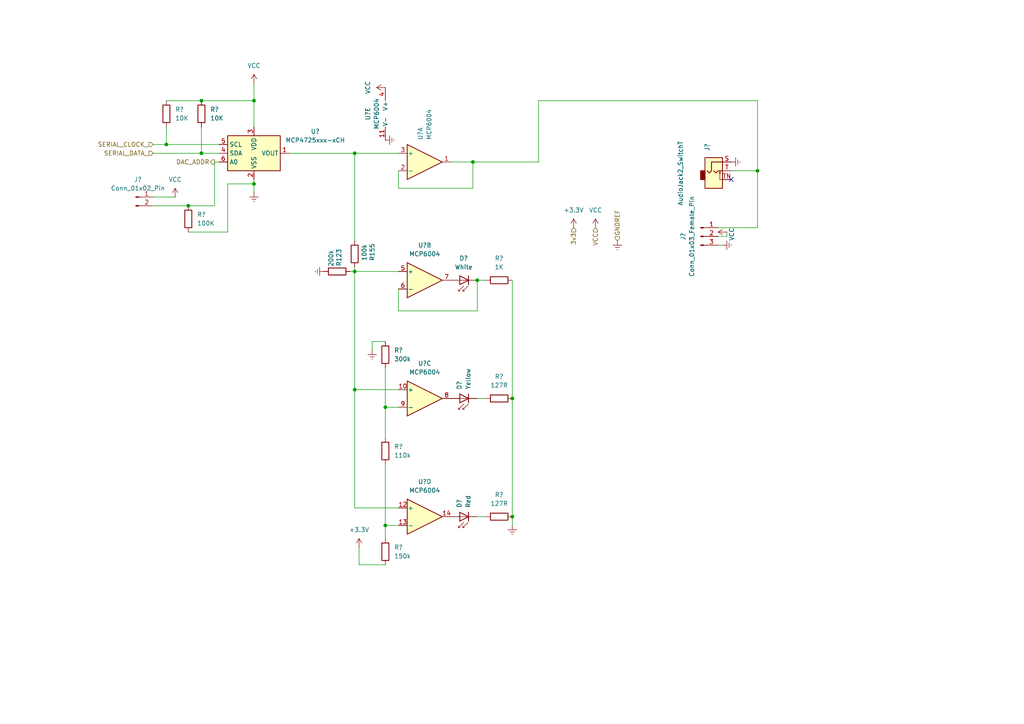
<source format=kicad_sch>
(kicad_sch (version 20250114) (generator "eeschema") (generator_version "9.0")
  (paper "A4")
  (lib_symbols
    (symbol "Amplifier_Operational:MCP6004" (pin_names (offset 0.127))
      (property "Reference" "U" (at 0 5.08 0))
      (property "Value" "MCP6004" (at 0 -5.08 0))
      (symbol "MCP6004_1_1"
        (polyline (pts (xy -5.08 5.08) (xy 5.08 0) (xy -5.08 -5.08) (xy -5.08 5.08)) (stroke (width 0.254)) (fill (type background)))
        (pin input line (at -7.62 2.54 0) (length 2.54) (name "+") (number "3"))
        (pin input line (at -7.62 -2.54 0) (length 2.54) (name "-") (number "2"))
        (pin output line (at 7.62 0 180) (length 2.54) (name "~") (number "1"))
      )
      (symbol "MCP6004_2_1"
        (polyline (pts (xy -5.08 5.08) (xy 5.08 0) (xy -5.08 -5.08) (xy -5.08 5.08)) (stroke (width 0.254)) (fill (type background)))
        (pin input line (at -7.62 2.54 0) (length 2.54) (name "+") (number "5"))
        (pin input line (at -7.62 -2.54 0) (length 2.54) (name "-") (number "6"))
        (pin output line (at 7.62 0 180) (length 2.54) (name "~") (number "7"))
      )
      (symbol "MCP6004_3_1"
        (polyline (pts (xy -5.08 5.08) (xy 5.08 0) (xy -5.08 -5.08) (xy -5.08 5.08)) (stroke (width 0.254)) (fill (type background)))
        (pin input line (at -7.62 2.54 0) (length 2.54) (name "+") (number "10"))
        (pin input line (at -7.62 -2.54 0) (length 2.54) (name "-") (number "9"))
        (pin output line (at 7.62 0 180) (length 2.54) (name "~") (number "8"))
      )
      (symbol "MCP6004_4_1"
        (polyline (pts (xy -5.08 5.08) (xy 5.08 0) (xy -5.08 -5.08) (xy -5.08 5.08)) (stroke (width 0.254)) (fill (type background)))
        (pin input line (at -7.62 2.54 0) (length 2.54) (name "+") (number "12"))
        (pin input line (at -7.62 -2.54 0) (length 2.54) (name "-") (number "13"))
        (pin output line (at 7.62 0 180) (length 2.54) (name "~") (number "14"))
      )
      (symbol "MCP6004_5_1"
        (pin power_in line (at -2.54 7.62 270) (length 3.81) (name "V+") (number "4"))
        (pin power_in line (at -2.54 -7.62 90) (length 3.81) (name "V-") (number "11"))
      )
    )
    (symbol "Analog_DAC:MCP4725xxx-xCH"
      (property "Reference" "U" (at -6.35 6.35 0))
      (property "Value" "MCP4725xxx-xCH" (at 8.89 6.35 0))
      (symbol "MCP4725xxx-xCH_0_1"
        (rectangle (start -7.62 5.08) (end 7.62 -5.08) (stroke (width 0.254)) (fill (type background)))
      )
      (symbol "MCP4725xxx-xCH_1_1"
        (pin input line (at -10.16 2.54 0) (length 2.54) (name "SCL") (number "5"))
        (pin bidirectional line (at -10.16 0 0) (length 2.54) (name "SDA") (number "4"))
        (pin input line (at -10.16 -2.54 0) (length 2.54) (name "A0") (number "6"))
        (pin power_in line (at 0 7.62 270) (length 2.54) (name "VDD") (number "3"))
        (pin power_in line (at 0 -7.62 90) (length 2.54) (name "VSS") (number "2"))
        (pin output line (at 10.16 0 180) (length 2.54) (name "VOUT") (number "1"))
      )
    )
    (symbol "Connector:Conn_01x02_Pin" (pin_names (offset 1.016) (hide yes))
      (property "Reference" "J" (at 0 2.54 0))
      (property "Value" "Conn_01x02_Pin" (at 0 -5.08 0))
      (symbol "Conn_01x02_Pin_1_1"
        (rectangle (start 0.8636 0.127) (end 0 -0.127) (stroke (width 0.1524)) (fill (type outline)))
        (rectangle (start 0.8636 -2.413) (end 0 -2.667) (stroke (width 0.1524)) (fill (type outline)))
        (polyline (pts (xy 1.27 0) (xy 0.8636 0)) (stroke (width 0.1524)))
        (polyline (pts (xy 1.27 -2.54) (xy 0.8636 -2.54)) (stroke (width 0.1524)))
        (pin passive line (at 5.08 0 180) (length 3.81) (name "Pin_1") (number "1"))
        (pin passive line (at 5.08 -2.54 180) (length 3.81) (name "Pin_2") (number "2"))
      )
    )
    (symbol "Connector:Conn_01x03_Pin" (pin_names (offset 1.016) (hide yes))
      (property "Reference" "J" (at 0 5.08 0))
      (property "Value" "Conn_01x03_Pin" (at 0 -5.08 0))
      (symbol "Conn_01x03_Pin_1_1"
        (rectangle (start 0.8636 2.667) (end 0 2.413) (stroke (width 0.1524)) (fill (type outline)))
        (rectangle (start 0.8636 0.127) (end 0 -0.127) (stroke (width 0.1524)) (fill (type outline)))
        (rectangle (start 0.8636 -2.413) (end 0 -2.667) (stroke (width 0.1524)) (fill (type outline)))
        (polyline (pts (xy 1.27 2.54) (xy 0.8636 2.54)) (stroke (width 0.1524)))
        (polyline (pts (xy 1.27 0) (xy 0.8636 0)) (stroke (width 0.1524)))
        (polyline (pts (xy 1.27 -2.54) (xy 0.8636 -2.54)) (stroke (width 0.1524)))
        (pin passive line (at 5.08 2.54 180) (length 3.81) (name "Pin_1") (number "1"))
        (pin passive line (at 5.08 0 180) (length 3.81) (name "Pin_2") (number "2"))
        (pin passive line (at 5.08 -2.54 180) (length 3.81) (name "Pin_3") (number "3"))
      )
    )
    (symbol "Connector_Audio:AudioJack2_SwitchT"
      (property "Reference" "J" (at 0 8.89 0))
      (property "Value" "AudioJack2_SwitchT" (at 0 6.35 0))
      (symbol "AudioJack2_SwitchT_0_1"
        (rectangle (start -2.54 0) (end -3.81 -2.54) (stroke (width 0.254)) (fill (type outline)))
        (polyline (pts (xy 0 0) (xy 0.635 -0.635) (xy 1.27 0) (xy 2.54 0)) (stroke (width 0.254)))
        (polyline (pts (xy 1.778 -0.254) (xy 2.032 -0.762)))
        (rectangle (start 2.54 3.81) (end -2.54 -5.08) (stroke (width 0.254)) (fill (type background)))
        (polyline (pts (xy 2.54 2.54) (xy -0.635 2.54) (xy -0.635 0) (xy -1.27 -0.635) (xy -1.905 0)) (stroke (width 0.254)))
        (polyline (pts (xy 2.54 -2.54) (xy 1.778 -2.54) (xy 1.778 -0.254) (xy 1.524 -0.762)))
      )
      (symbol "AudioJack2_SwitchT_1_1"
        (pin passive line (at 5.08 2.54 180) (length 2.54) (name "~") (number "S"))
        (pin passive line (at 5.08 0 180) (length 2.54) (name "~") (number "T"))
        (pin passive line (at 5.08 -2.54 180) (length 2.54) (name "~") (number "TN"))
      )
    )
    (symbol "Device:R" (pin_numbers (hide yes)) (pin_names (offset 0))
      (property "Reference" "R" (at 2.032 0 90))
      (property "Value" "R" (at 0 0 90))
      (symbol "R_0_1"
        (rectangle (start -1.016 -2.54) (end 1.016 2.54) (stroke (width 0.254)))
      )
      (symbol "R_1_1"
        (pin passive line (at 0 3.81 270) (length 1.27) (name "~") (number "1"))
        (pin passive line (at 0 -3.81 90) (length 1.27) (name "~") (number "2"))
      )
    )
    (symbol "LED:IRL81A" (pin_numbers (hide yes)) (pin_names (offset 1.016) (hide yes))
      (property "Reference" "D" (at 0.508 1.778 0))
      (property "Value" "IRL81A" (at -1.016 -2.794 0))
      (symbol "IRL81A_0_1"
        (polyline (pts (xy -2.54 1.27) (xy -2.54 -1.27)) (stroke (width 0.254)))
        (polyline (pts (xy -2.54 0) (xy 0 0)))
        (polyline (pts (xy -2.413 1.651) (xy -0.889 3.175) (xy -0.889 2.667) (xy -0.889 3.175) (xy -1.397 3.175)))
        (polyline (pts (xy -1.143 1.651) (xy 0.381 3.175) (xy 0.381 2.667)))
        (polyline (pts (xy 0 -1.27) (xy 0 1.27) (xy -2.54 0) (xy 0 -1.27)) (stroke (width 0.254)))
        (polyline (pts (xy 0.381 3.175) (xy -0.127 3.175)))
      )
      (symbol "IRL81A_1_1"
        (pin passive line (at -5.08 0 0) (length 2.54) (name "K") (number "1"))
        (pin passive line (at 2.54 0 180) (length 2.54) (name "A") (number "2"))
      )
    )
    (symbol "power:+3.3V" (power) (pin_numbers (hide yes)) (pin_names (offset 0) (hide yes))
      (property "Value" "+3.3V" (at 0 3.556 0))
      (symbol "+3.3V_0_1"
        (polyline (pts (xy -0.762 1.27) (xy 0 2.54)))
        (polyline (pts (xy 0 2.54) (xy 0.762 1.27)))
        (polyline (pts (xy 0 0) (xy 0 2.54)))
      )
      (symbol "+3.3V_1_1"
        (pin power_in line (at 0 0 90) (length 0) (name "~") (number "1"))
      )
    )
    (symbol "power:GNDREF" (power) (pin_numbers (hide yes)) (pin_names (offset 0) (hide yes))
      (property "Value" "GNDREF" (at 0 -3.81 0))
      (symbol "GNDREF_0_1"
        (polyline (pts (xy -0.635 -1.905) (xy 0.635 -1.905)))
        (polyline (pts (xy -0.127 -2.54) (xy 0.127 -2.54)))
        (polyline (pts (xy 0 -1.27) (xy 0 0)))
        (polyline (pts (xy 1.27 -1.27) (xy -1.27 -1.27)))
      )
      (symbol "GNDREF_1_1"
        (pin power_in line (at 0 0 270) (length 0) (name "~") (number "1"))
      )
    )
    (symbol "power:VCC" (power) (pin_numbers (hide yes)) (pin_names (offset 0) (hide yes))
      (property "Value" "VCC" (at 0 3.556 0))
      (symbol "VCC_0_1"
        (polyline (pts (xy -0.762 1.27) (xy 0 2.54)))
        (polyline (pts (xy 0 2.54) (xy 0.762 1.27)))
        (polyline (pts (xy 0 0) (xy 0 2.54)))
      )
      (symbol "VCC_1_1"
        (pin power_in line (at 0 0 90) (length 0) (name "~") (number "1"))
      )
    )
  )
  (junction (at 102.87 44.45))
  (junction (at 138.43 81.28))
  (junction (at 137.16 46.99))
  (junction (at 148.59 149.86))
  (junction (at 73.66 29.21))
  (junction (at 102.87 113.03))
  (junction (at 73.66 53.34))
  (junction (at 102.87 78.74))
  (junction (at 58.42 44.45))
  (junction (at 111.76 118.11))
  (junction (at 48.26 41.91))
  (junction (at 54.61 59.69))
  (junction (at 219.71 49.53))
  (junction (at 58.42 29.21))
  (junction (at 111.76 152.4))
  (junction (at 148.59 115.57))
  (no_connect (at 212.09 52.07))
  (wire (pts (xy 210.82 67.31) (xy 210.82 68.58)))
  (wire (pts (xy 137.16 46.99) (xy 137.16 54.61)))
  (wire (pts (xy 102.87 113.03) (xy 102.87 147.32)))
  (wire (pts (xy 66.04 67.31) (xy 54.61 67.31)))
  (wire (pts (xy 148.59 149.86) (xy 148.59 152.4)))
  (wire (pts (xy 115.57 54.61) (xy 137.16 54.61)))
  (wire (pts (xy 102.87 77.47) (xy 102.87 78.74)))
  (wire (pts (xy 58.42 36.83) (xy 58.42 44.45)))
  (wire (pts (xy 115.57 83.82) (xy 115.57 90.17)))
  (wire (pts (xy 62.23 46.99) (xy 62.23 59.69)))
  (wire (pts (xy 111.76 152.4) (xy 115.57 152.4)))
  (wire (pts (xy 219.71 29.21) (xy 219.71 49.53)))
  (wire (pts (xy 138.43 149.86) (xy 140.97 149.86)))
  (wire (pts (xy 138.43 81.28) (xy 140.97 81.28)))
  (wire (pts (xy 66.04 53.34) (xy 66.04 67.31)))
  (wire (pts (xy 102.87 113.03) (xy 115.57 113.03)))
  (wire (pts (xy 107.95 99.06) (xy 107.95 101.6)))
  (wire (pts (xy 44.45 57.15) (xy 50.8 57.15)))
  (wire (pts (xy 62.23 46.99) (xy 63.5 46.99)))
  (wire (pts (xy 111.76 134.62) (xy 111.76 152.4)))
  (wire (pts (xy 44.45 41.91) (xy 48.26 41.91)))
  (wire (pts (xy 148.59 81.28) (xy 148.59 115.57)))
  (wire (pts (xy 102.87 44.45) (xy 115.57 44.45)))
  (wire (pts (xy 111.76 118.11) (xy 111.76 127)))
  (wire (pts (xy 137.16 46.99) (xy 156.21 46.99)))
  (wire (pts (xy 138.43 90.17) (xy 138.43 81.28)))
  (wire (pts (xy 115.57 118.11) (xy 111.76 118.11)))
  (wire (pts (xy 44.45 44.45) (xy 58.42 44.45)))
  (wire (pts (xy 102.87 78.74) (xy 102.87 113.03)))
  (wire (pts (xy 73.66 52.07) (xy 73.66 53.34)))
  (wire (pts (xy 115.57 54.61) (xy 115.57 49.53)))
  (wire (pts (xy 73.66 24.13) (xy 73.66 29.21)))
  (wire (pts (xy 219.71 49.53) (xy 219.71 66.04)))
  (wire (pts (xy 212.09 49.53) (xy 219.71 49.53)))
  (wire (pts (xy 208.28 66.04) (xy 219.71 66.04)))
  (wire (pts (xy 54.61 59.69) (xy 44.45 59.69)))
  (wire (pts (xy 156.21 29.21) (xy 156.21 46.99)))
  (wire (pts (xy 48.26 36.83) (xy 48.26 41.91)))
  (wire (pts (xy 48.26 41.91) (xy 63.5 41.91)))
  (wire (pts (xy 73.66 29.21) (xy 73.66 36.83)))
  (wire (pts (xy 48.26 29.21) (xy 58.42 29.21)))
  (wire (pts (xy 148.59 115.57) (xy 148.59 149.86)))
  (wire (pts (xy 73.66 53.34) (xy 73.66 55.88)))
  (wire (pts (xy 102.87 69.85) (xy 102.87 44.45)))
  (wire (pts (xy 83.82 44.45) (xy 102.87 44.45)))
  (wire (pts (xy 111.76 152.4) (xy 111.76 156.21)))
  (wire (pts (xy 156.21 29.21) (xy 219.71 29.21)))
  (wire (pts (xy 58.42 44.45) (xy 63.5 44.45)))
  (wire (pts (xy 73.66 53.34) (xy 66.04 53.34)))
  (wire (pts (xy 101.6 78.74) (xy 102.87 78.74)))
  (wire (pts (xy 111.76 163.83) (xy 104.14 163.83)))
  (wire (pts (xy 58.42 29.21) (xy 73.66 29.21)))
  (wire (pts (xy 111.76 106.68) (xy 111.76 118.11)))
  (wire (pts (xy 138.43 115.57) (xy 140.97 115.57)))
  (wire (pts (xy 102.87 147.32) (xy 115.57 147.32)))
  (wire (pts (xy 115.57 90.17) (xy 138.43 90.17)))
  (wire (pts (xy 104.14 158.75) (xy 104.14 163.83)))
  (wire (pts (xy 208.28 68.58) (xy 210.82 68.58)))
  (wire (pts (xy 208.28 71.12) (xy 209.55 71.12)))
  (wire (pts (xy 102.87 78.74) (xy 115.57 78.74)))
  (wire (pts (xy 62.23 59.69) (xy 54.61 59.69)))
  (wire (pts (xy 111.76 99.06) (xy 107.95 99.06)))
  (wire (pts (xy 130.81 46.99) (xy 137.16 46.99)))
  (hierarchical_label "GNDREF" (shape input) (at 179.07 69.85 90))
  (hierarchical_label "DAC_ADDR" (shape output) (at 62.23 46.99 180))
  (hierarchical_label "SERIAL_CLOCK_" (shape input) (at 44.45 41.91 180))
  (hierarchical_label "VCC" (shape input) (at 172.72 66.04 270))
  (hierarchical_label "3v3" (shape input) (at 166.37 66.04 270))
  (hierarchical_label "SERIAL_DATA_" (shape input) (at 44.45 44.45 180))
  (symbol (lib_id "Analog_DAC:MCP4725xxx-xCH") (at 73.66 44.45 0) (unit 1)
    (property "Reference" "U?" (at 91.44 38.1314 0))
    (property "Value" "MCP4725xxx-xCH" (at 91.44 40.6714 0))
    (property "Footprint" "Package_TO_SOT_SMD:SOT-23-6" (effects (hide yes)))
    (property "Datasheet" "http://ww1.microchip.com/downloads/en/DeviceDoc/22039d.pdf" (effects (hide yes)))
    (property "Description" "12-bit Digital-to-Analog Converter, integrated EEPROM, I2C interface, SOT-23-6" (effects (hide yes)))
  )
  (symbol (lib_id "Device:R") (at 48.26 33.02 180) (unit 1)
    (property "Reference" "R?" (at 50.8 31.7499 0) (effects (justify right)))
    (property "Value" "10K" (at 50.8 34.2899 0) (effects (justify right)))
    (property "Footprint" "Resistor_SMD:R_0805_2012Metric" (effects (hide yes)))
    (property "Description" "Resistor" (effects (hide yes)))
  )
  (symbol (lib_id "Connector:Conn_01x03_Pin") (at 203.2 68.58 0) (unit 1)
    (property "Reference" "J?" (at 198.12 68.58 90))
    (property "Value" "Conn_01x03_Female_Pin" (at 200.66 68.58 90))
    (property "Footprint" "Connector_PinSocket_2.54mm:PinSocket_1x03_P2.54mm_Vertical" (effects (hide yes)))
    (property "Description" "Generic connector, single row, 01x03, script generated" (effects (hide yes)))
  )
  (symbol (lib_id "Amplifier_Operational:MCP6004") (at 123.19 46.99 0) (unit 1)
    (property "Reference" "U?" (at 121.9199 40.64 90) (effects (justify left)))
    (property "Value" "MCP6004" (at 124.4599 40.64 90) (effects (justify left)))
    (property "Footprint" "Package_SO:SOIC-14_3.9x8.7mm_P1.27mm" (effects (hide yes)))
    (property "Datasheet" "http://ww1.microchip.com/downloads/en/DeviceDoc/21733j.pdf" (effects (hide yes)))
    (property "Description" "1MHz, Low-Power Op Amp, DIP-14/SOIC-14/TSSOP-14" (effects (hide yes)))
  )
  (symbol (lib_id "LED:IRL81A") (at 133.35 81.28 180) (unit 1)
    (property "Reference" "D?" (at 134.493 74.93 0))
    (property "Value" "White" (at 134.493 77.47 0))
    (property "Footprint" "LED_THT:LED_SideEmitter_Rectangular_W4.5mm_H1.6mm" (effects (hide yes)))
    (property "Datasheet" "http://www.osram-os.com/Graphics/XPic0/00203825_0.pdf" (effects (hide yes)))
    (property "Description" "850nm High Power Infrared Emitter, Side-Emitter package" (effects (hide yes)))
  )
  (symbol (lib_id "Device:R") (at 111.76 130.81 180) (unit 1)
    (property "Reference" "R?" (at 114.3 129.5399 0) (effects (justify right)))
    (property "Value" "110k" (at 114.3 132.0799 0) (effects (justify right)))
    (property "Footprint" "Resistor_SMD:R_0805_2012Metric" (effects (hide yes)))
    (property "Description" "Resistor" (effects (hide yes)))
  )
  (symbol (lib_id "power:GNDREF") (at 93.98 78.74 270) (unit 1)
    (property "Reference" "#PWR0274" (effects (hide yes)))
    (property "Value" "GNDREF" (effects (hide yes)))
    (property "Description" "Power symbol creates a global label with name \"GNDREF\" , reference supply ground" (effects (hide yes)))
    (instances (project "Oblique Palette 0.5.1 PCB Main" (path "" (reference "#PWR0281") (unit 1)) (path "" (reference "#PWR0304") (unit 1)) (path "" (reference "#PWR0291") (unit 1)) (path "" (reference "#PWR0289") (unit 1)) (path "" (reference "#PWR0274") (unit 1)) (path "" (reference "#PWR0306") (unit 1)) (path "" (reference "#PWR0296") (unit 1)) (path "" (reference "#PWR0276") (unit 1))))
  )
  (symbol (lib_id "power:+3.3V") (at 104.14 158.75 0) (unit 1)
    (property "Reference" "#PWR0168" (effects (hide yes)))
    (property "Value" "+3.3V" (at 104.14 153.67 0))
    (property "Description" "Power symbol creates a global label with name \"+3.3V\"" (effects (hide yes)))
    (instances (project "" (path "" (reference "#PWR0202") (unit 1)) (path "" (reference "#PWR0327") (unit 1)) (path "" (reference "#PWR0325") (unit 1)) (path "" (reference "#PWR0324") (unit 1)) (path "" (reference "#PWR0168") (unit 1)) (path "" (reference "#PWR0328") (unit 1)) (path "" (reference "#PWR0326") (unit 1)) (path "" (reference "#PWR0185") (unit 1))))
  )
  (symbol (lib_id "power:+3.3V") (at 166.37 66.04 0) (unit 1)
    (property "Reference" "#PWR0206" (effects (hide yes)))
    (property "Value" "+3.3V" (at 166.37 60.96 0))
    (property "Description" "Power symbol creates a global label with name \"+3.3V\"" (effects (hide yes)))
    (instances (project "Oblique Palette 0.5.1 PCB Main" (path "" (reference "#PWR0236") (unit 1)) (path "" (reference "#PWR0319") (unit 1)) (path "" (reference "#PWR0266") (unit 1)) (path "" (reference "#PWR0251") (unit 1)) (path "" (reference "#PWR0206") (unit 1)) (path "" (reference "#PWR0321") (unit 1)) (path "" (reference "#PWR0311") (unit 1)) (path "" (reference "#PWR0221") (unit 1))))
  )
  (symbol (lib_id "Amplifier_Operational:MCP6004") (at 123.19 115.57 0) (unit 3)
    (property "Reference" "U?" (at 123.19 105.41 0))
    (property "Value" "MCP6004" (at 123.19 107.95 0))
    (property "Footprint" "Package_SO:SOIC-14_3.9x8.7mm_P1.27mm" (effects (hide yes)))
    (property "Datasheet" "http://ww1.microchip.com/downloads/en/DeviceDoc/21733j.pdf" (effects (hide yes)))
    (property "Description" "1MHz, Low-Power Op Amp, DIP-14/SOIC-14/TSSOP-14" (effects (hide yes)))
  )
  (symbol (lib_id "power:VCC") (at 210.82 67.31 90) (unit 1)
    (property "Reference" "#PWR?" (effects (hide yes)))
    (property "Value" "VCC" (at 212.217 67.945 0))
    (property "Description" "Power symbol creates a global label with name \"VCC\"" (effects (hide yes)))
  )
  (symbol (lib_id "power:GNDREF") (at 73.66 55.88 0) (unit 1)
    (property "Reference" "#PWR?" (effects (hide yes)))
    (property "Value" "GNDREF" (effects (hide yes)))
    (property "Description" "Power symbol creates a global label with name \"GNDREF\" , reference supply ground" (effects (hide yes)))
  )
  (symbol (lib_id "LED:IRL81A") (at 133.35 115.57 180) (unit 1)
    (property "Reference" "D?" (at 133.2229 113.03 90) (effects (justify right)))
    (property "Value" "Yellow" (at 135.7629 113.03 90) (effects (justify right)))
    (property "Footprint" "LED_THT:LED_SideEmitter_Rectangular_W4.5mm_H1.6mm" (effects (hide yes)))
    (property "Datasheet" "http://www.osram-os.com/Graphics/XPic0/00203825_0.pdf" (effects (hide yes)))
    (property "Description" "850nm High Power Infrared Emitter, Side-Emitter package" (effects (hide yes)))
  )
  (symbol (lib_id "Connector:Conn_01x02_Pin") (at 39.37 57.15 0) (unit 1)
    (property "Reference" "J?" (at 40.005 52.07 0))
    (property "Value" "Conn_01x02_Pin" (at 40.005 54.61 0))
    (property "Footprint" "Connector_PinHeader_2.54mm:PinHeader_1x02_P2.54mm_Vertical" (effects (hide yes)))
    (property "Description" "Generic connector, single row, 01x02, script generated" (effects (hide yes)))
  )
  (symbol (lib_id "Amplifier_Operational:MCP6004") (at 123.19 149.86 0) (unit 4)
    (property "Reference" "U?" (at 123.19 139.7 0))
    (property "Value" "MCP6004" (at 123.19 142.24 0))
    (property "Footprint" "Package_SO:SOIC-14_3.9x8.7mm_P1.27mm" (effects (hide yes)))
    (property "Datasheet" "http://ww1.microchip.com/downloads/en/DeviceDoc/21733j.pdf" (effects (hide yes)))
    (property "Description" "1MHz, Low-Power Op Amp, DIP-14/SOIC-14/TSSOP-14" (effects (hide yes)))
  )
  (symbol (lib_id "power:VCC") (at 73.66 24.13 0) (unit 1)
    (property "Reference" "#PWR?" (effects (hide yes)))
    (property "Value" "VCC" (at 73.66 19.05 0))
    (property "Description" "Power symbol creates a global label with name \"VCC\"" (effects (hide yes)))
  )
  (symbol (lib_id "power:VCC") (at 50.8 57.15 0) (unit 1)
    (property "Reference" "#PWR?" (effects (hide yes)))
    (property "Value" "VCC" (at 50.8 52.07 0))
    (property "Description" "Power symbol creates a global label with name \"VCC\"" (effects (hide yes)))
  )
  (symbol (lib_id "power:GNDREF") (at 209.55 71.12 90) (unit 1)
    (property "Reference" "#PWR?" (effects (hide yes)))
    (property "Value" "GNDREF" (effects (hide yes)))
    (property "Description" "Power symbol creates a global label with name \"GNDREF\" , reference supply ground" (effects (hide yes)))
  )
  (symbol (lib_id "power:VCC") (at 172.72 66.04 0) (unit 1)
    (property "Reference" "#PWR?" (effects (hide yes)))
    (property "Value" "VCC" (at 172.72 60.96 0))
    (property "Description" "Power symbol creates a global label with name \"VCC\"" (effects (hide yes)))
  )
  (symbol (lib_id "power:GNDREF") (at 212.09 46.99 90) (unit 1)
    (property "Reference" "#PWR?" (effects (hide yes)))
    (property "Value" "GNDREF" (effects (hide yes)))
    (property "Description" "Power symbol creates a global label with name \"GNDREF\" , reference supply ground" (effects (hide yes)))
  )
  (symbol (lib_id "Device:R") (at 144.78 149.86 90) (unit 1)
    (property "Reference" "R?" (at 144.78 143.51 90))
    (property "Value" "127R" (at 144.78 146.05 90))
    (property "Footprint" "Resistor_SMD:R_0805_2012Metric" (effects (hide yes)))
    (property "Description" "Resistor" (effects (hide yes)))
  )
  (symbol (lib_id "Amplifier_Operational:MCP6004") (at 123.19 81.28 0) (unit 2)
    (property "Reference" "U?" (at 123.19 71.12 0))
    (property "Value" "MCP6004" (at 123.19 73.66 0))
    (property "Footprint" "Package_SO:SOIC-14_3.9x8.7mm_P1.27mm" (effects (hide yes)))
    (property "Datasheet" "http://ww1.microchip.com/downloads/en/DeviceDoc/21733j.pdf" (effects (hide yes)))
    (property "Description" "1MHz, Low-Power Op Amp, DIP-14/SOIC-14/TSSOP-14" (effects (hide yes)))
  )
  (symbol (lib_id "Device:R") (at 144.78 115.57 90) (unit 1)
    (property "Reference" "R?" (at 144.78 109.22 90))
    (property "Value" "127R" (at 144.78 111.76 90))
    (property "Footprint" "Resistor_SMD:R_0805_2012Metric" (effects (hide yes)))
    (property "Description" "Resistor" (effects (hide yes)))
  )
  (symbol (lib_id "Connector_Audio:AudioJack2_SwitchT") (at 207.01 49.53 0) (unit 1)
    (property "Reference" "J?" (at 205.1049 43.815 90) (effects (justify left)))
    (property "Value" "AudioJack2_SwitchT" (at 197.358 59.69 90) (effects (justify left)))
    (property "Footprint" "Connector_Audio:Jack_3.5mm_QingPu_WQP-PJ398SM_Vertical_CircularHoles" (effects (hide yes)))
    (property "Description" "Audio Jack, 2 Poles (Mono / TS), Switched T Pole (Normalling)" (effects (hide yes)))
  )
  (symbol (lib_id "power:GNDREF") (at 148.59 152.4 0) (unit 1)
    (property "Reference" "#PWR?" (effects (hide yes)))
    (property "Value" "GNDREF" (effects (hide yes)))
    (property "Description" "Power symbol creates a global label with name \"GNDREF\" , reference supply ground" (effects (hide yes)))
  )
  (symbol (lib_id "power:GNDREF") (at 111.76 40.64 90) (unit 1)
    (property "Reference" "#PWR?" (effects (hide yes)))
    (property "Value" "GNDREF" (effects (hide yes)))
    (property "Description" "Power symbol creates a global label with name \"GNDREF\" , reference supply ground" (effects (hide yes)))
  )
  (symbol (lib_id "Device:R") (at 58.42 33.02 180) (unit 1)
    (property "Reference" "R?" (at 60.96 31.7499 0) (effects (justify right)))
    (property "Value" "10K" (at 60.96 34.2899 0) (effects (justify right)))
    (property "Footprint" "Resistor_SMD:R_0805_2012Metric" (effects (hide yes)))
    (property "Description" "Resistor" (effects (hide yes)))
  )
  (symbol (lib_id "Device:R") (at 111.76 102.87 180) (unit 1)
    (property "Reference" "R?" (at 114.3 101.5999 0) (effects (justify right)))
    (property "Value" "300k" (at 114.3 104.1399 0) (effects (justify right)))
    (property "Footprint" "Resistor_SMD:R_0805_2012Metric" (effects (hide yes)))
    (property "Description" "Resistor" (effects (hide yes)))
  )
  (symbol (lib_id "power:GNDREF") (at 179.07 69.85 0) (unit 1)
    (property "Reference" "#PWR?" (effects (hide yes)))
    (property "Value" "GNDREF" (effects (hide yes)))
    (property "Description" "Power symbol creates a global label with name \"GNDREF\" , reference supply ground" (effects (hide yes)))
  )
  (symbol (lib_id "Amplifier_Operational:MCP6004") (at 114.3 33.02 0) (unit 5)
    (property "Reference" "U?" (at 106.68 33.02 90))
    (property "Value" "MCP6004" (at 109.22 33.02 90))
    (property "Footprint" "Package_SO:SOIC-14_3.9x8.7mm_P1.27mm" (effects (hide yes)))
    (property "Datasheet" "http://ww1.microchip.com/downloads/en/DeviceDoc/21733j.pdf" (effects (hide yes)))
    (property "Description" "1MHz, Low-Power Op Amp, DIP-14/SOIC-14/TSSOP-14" (effects (hide yes)))
  )
  (symbol (lib_id "power:VCC") (at 111.76 25.4 90) (unit 1)
    (property "Reference" "#PWR?" (effects (hide yes)))
    (property "Value" "VCC" (at 106.68 25.4 0))
    (property "Description" "Power symbol creates a global label with name \"VCC\"" (effects (hide yes)))
  )
  (symbol (lib_id "Device:R") (at 54.61 63.5 180) (unit 1)
    (property "Reference" "R?" (at 57.15 62.2299 0) (effects (justify right)))
    (property "Value" "100K" (at 57.15 64.7699 0) (effects (justify right)))
    (property "Footprint" "Resistor_SMD:R_0805_2012Metric" (effects (hide yes)))
    (property "Description" "Resistor" (effects (hide yes)))
  )
  (symbol (lib_id "Device:R") (at 102.87 73.66 180) (unit 1)
    (property "Reference" "R153" (at 107.95 75.6921 90) (effects (justify right)))
    (property "Value" "100k" (at 105.664 75.692 90) (effects (justify right)))
    (property "Footprint" "Resistor_SMD:R_0805_2012Metric" (effects (hide yes)))
    (property "Description" "Resistor" (effects (hide yes)))
    (instances (project "Oblique Palette 0.5.1 PCB Main" (path "" (reference "R155") (unit 1)) (path "" (reference "R159") (unit 1)) (path "" (reference "R157") (unit 1)) (path "" (reference "R156") (unit 1)) (path "" (reference "R153") (unit 1)) (path "" (reference "R168") (unit 1)) (path "" (reference "R158") (unit 1)) (path "" (reference "R154") (unit 1))))
  )
  (symbol (lib_id "Device:R") (at 111.76 160.02 180) (unit 1)
    (property "Reference" "R?" (at 114.3 158.7499 0) (effects (justify right)))
    (property "Value" "150k" (at 114.3 161.2899 0) (effects (justify right)))
    (property "Footprint" "Resistor_SMD:R_0805_2012Metric" (effects (hide yes)))
    (property "Description" "Resistor" (effects (hide yes)))
  )
  (symbol (lib_id "LED:IRL81A") (at 133.35 149.86 180) (unit 1)
    (property "Reference" "D?" (at 133.2229 147.32 90) (effects (justify right)))
    (property "Value" "Red" (at 135.7629 147.32 90) (effects (justify right)))
    (property "Footprint" "LED_THT:LED_SideEmitter_Rectangular_W4.5mm_H1.6mm" (effects (hide yes)))
    (property "Datasheet" "http://www.osram-os.com/Graphics/XPic0/00203825_0.pdf" (effects (hide yes)))
    (property "Description" "850nm High Power Infrared Emitter, Side-Emitter package" (effects (hide yes)))
  )
  (symbol (lib_id "Device:R") (at 97.79 78.74 90) (unit 1)
    (property "Reference" "R112" (at 98.298 74.676 0))
    (property "Value" "200k" (at 96.012 74.93 0))
    (property "Footprint" "Resistor_SMD:R_0805_2012Metric" (effects (hide yes)))
    (property "Description" "Resistor" (effects (hide yes)))
    (instances (project "Oblique Palette 0.5.1 PCB Main" (path "" (reference "R123") (unit 1)) (path "" (reference "R145") (unit 1)) (path "" (reference "R134") (unit 1)) (path "" (reference "R127") (unit 1)) (path "" (reference "R112") (unit 1)) (path "" (reference "R149") (unit 1)) (path "" (reference "R138") (unit 1)) (path "" (reference "R116") (unit 1))))
  )
  (symbol (lib_id "power:GNDREF") (at 107.95 101.6 0) (unit 1)
    (property "Reference" "#PWR?" (effects (hide yes)))
    (property "Value" "GNDREF" (effects (hide yes)))
    (property "Description" "Power symbol creates a global label with name \"GNDREF\" , reference supply ground" (effects (hide yes)))
  )
  (symbol (lib_id "Device:R") (at 144.78 81.28 90) (unit 1)
    (property "Reference" "R?" (at 144.78 74.93 90))
    (property "Value" "1K" (at 144.78 77.47 90))
    (property "Footprint" "Resistor_SMD:R_0805_2012Metric" (effects (hide yes)))
    (property "Description" "Resistor" (effects (hide yes)))
  )
)
</source>
